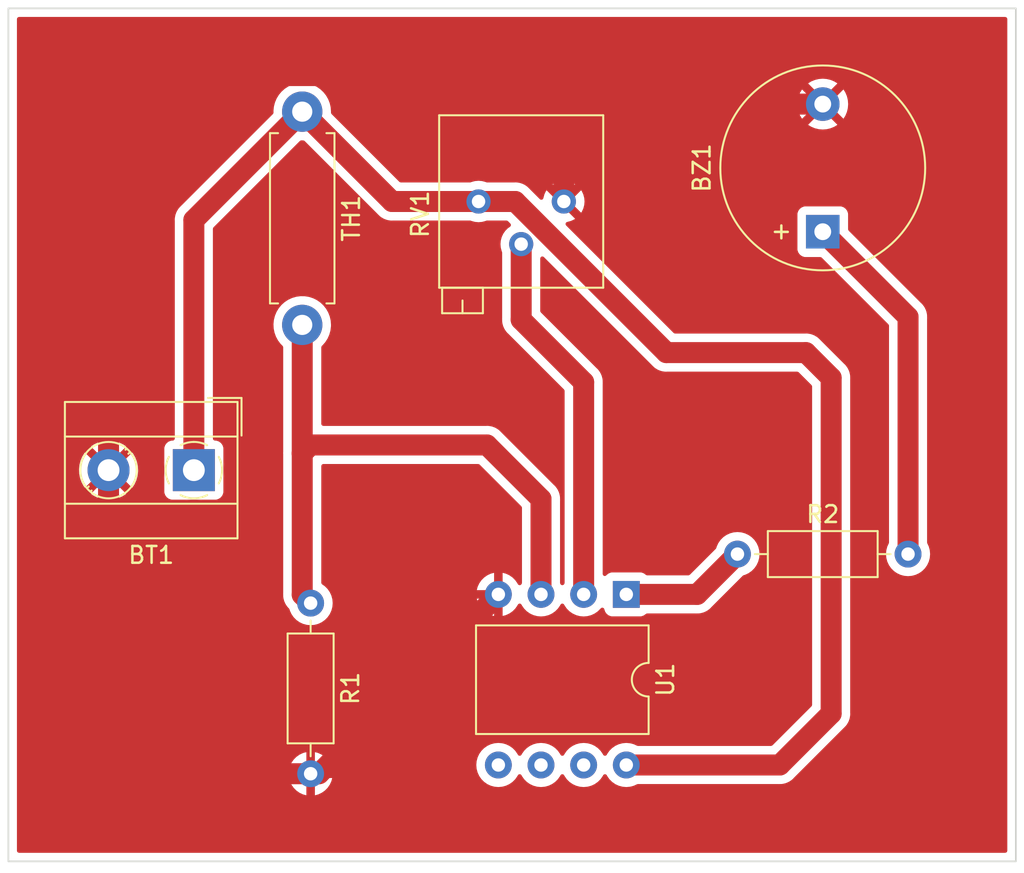
<source format=kicad_pcb>
(kicad_pcb (version 20211014) (generator pcbnew)
  (title_block (title "final_project") (date "2023-02-07"))
  (layers (0 "F.Cu" signal) (31 "B.Cu" signal) (34 "B.Paste" user) (35 "F.Paste" user) (36 "B.SilkS" user "B.Silkscreen") (37 "F.SilkS" user "F.Silkscreen") (38 "B.Mask" user) (39 "F.Mask" user) (44 "Edge.Cuts" user))
  (net 0 "")
  (net 1 "VCC")
  (net 2 "GND")
  (net 3 "Net-(BZ1-Pad1)")
  (net 4 "Net-(R1-Pad1)")
  (net 5 "Net-(R2-Pad1)")
  (net 6 "Net-(RV1-Pad2)")
  (footprint "Potentiometer_THT:Potentiometer_Bourns_3296P_Horizontal" (layer "F.Cu") (at 142 92 90)
    (fp_text reference "RV1" (at -0.76 -3.475 90) (layer "F.SilkS"))
    (fp_text value "10k")
    (fp_line (start -6.655 -2.169) (end -6.655 0.26) (layer "F.SilkS") (width 0.12))
    (fp_line (start -5.135 -2.345) (end 5.135 -2.345) (layer "F.SilkS") (width 0.12))
    (fp_line (start -6.655 0.26) (end -5.136 0.26) (layer "F.SilkS") (width 0.12))
    (fp_line (start -5.136 -2.169) (end -5.136 0.26) (layer "F.SilkS") (width 0.12))
    (fp_line (start -5.135 7.425) (end 5.135 7.425) (layer "F.SilkS") (width 0.12))
    (fp_line (start 5.135 -2.345) (end 5.135 7.425) (layer "F.SilkS") (width 0.12))
    (fp_line (start -6.655 -0.955) (end -5.896 -0.955) (layer "F.SilkS") (width 0.12))
    (fp_line (start -6.655 -2.169) (end -5.136 -2.169) (layer "F.SilkS") (width 0.12))
    (fp_line (start -5.135 -2.345) (end -5.135 7.425) (layer "F.SilkS") (width 0.12))
    (pad "1" thru_hole circle (at 0 0 90) (size 1.44 1.44) (drill 0.8) (layers *.Cu *.Mask) (net 1 "VCC"))
    (pad "2" thru_hole circle (at -2.54 2.54 90) (size 1.44 1.44) (drill 0.8) (layers *.Cu *.Mask) (net 6 "Net-(RV1-Pad2)"))
    (pad "3" thru_hole circle (at 0 5.08 90) (size 1.44 1.44) (drill 0.8) (layers *.Cu *.Mask) (net 2 "GND"))
  )
  (footprint "Package_DIP:DIP-8_W10.16mm" (layer "F.Cu") (at 150.8 115.4 -90)
    (fp_text reference "U1" (at 5.08 -2.33 90) (layer "F.SilkS"))
    (fp_text value "LM358")
    (fp_line (start 4.08 -1.33) (end 1.845 -1.33) (layer "F.SilkS") (width 0.12))
    (fp_line (start 1.845 -1.33) (end 1.845 8.95) (layer "F.SilkS") (width 0.12))
    (fp_line (start 8.315 8.95) (end 8.315 -1.33) (layer "F.SilkS") (width 0.12))
    (fp_line (start 8.315 -1.33) (end 6.08 -1.33) (layer "F.SilkS") (width 0.12))
    (fp_line (start 1.845 8.95) (end 8.315 8.95) (layer "F.SilkS") (width 0.12))
    (fp_arc (start 6.08 -1.33) (mid 5.08 -0.33) (end 4.08 -1.33) (layer "F.SilkS") (width 0.12))
    (pad "1" thru_hole rect (at 0 0 270) (size 1.6 1.6) (drill 0.8) (layers *.Cu *.Mask) (net 5 "Net-(R2-Pad1)"))
    (pad "2" thru_hole oval (at 0 2.54 270) (size 1.6 1.6) (drill 0.8) (layers *.Cu *.Mask) (net 6 "Net-(RV1-Pad2)"))
    (pad "3" thru_hole oval (at 0 5.08 270) (size 1.6 1.6) (drill 0.8) (layers *.Cu *.Mask) (net 4 "Net-(R1-Pad1)"))
    (pad "4" thru_hole oval (at 0 7.62 270) (size 1.6 1.6) (drill 0.8) (layers *.Cu *.Mask) (net 2 "GND"))
    (pad "5" thru_hole oval (at 10.16 7.62 270) (size 1.6 1.6) (drill 0.8) (layers *.Cu *.Mask))
    (pad "6" thru_hole oval (at 10.16 5.08 270) (size 1.6 1.6) (drill 0.8) (layers *.Cu *.Mask))
    (pad "7" thru_hole oval (at 10.16 2.54 270) (size 1.6 1.6) (drill 0.8) (layers *.Cu *.Mask))
    (pad "8" thru_hole oval (at 10.16 0 270) (size 1.6 1.6) (drill 0.8) (layers *.Cu *.Mask) (net 1 "VCC"))
  )
  (footprint "Resistor_THT:R_Axial_DIN0207_L6.3mm_D2.5mm_P10.16mm_Horizontal" (layer "F.Cu") (at 157.42 113)
    (fp_text reference "R2" (at 5.08 -2.37) (layer "F.SilkS"))
    (fp_text value "16")
    (fp_line (start 8.35 1.37) (end 8.35 -1.37) (layer "F.SilkS") (width 0.12))
    (fp_line (start 1.81 -1.37) (end 1.81 1.37) (layer "F.SilkS") (width 0.12))
    (fp_line (start 1.04 0) (end 1.81 0) (layer "F.SilkS") (width 0.12))
    (fp_line (start 8.35 -1.37) (end 1.81 -1.37) (layer "F.SilkS") (width 0.12))
    (fp_line (start 1.81 1.37) (end 8.35 1.37) (layer "F.SilkS") (width 0.12))
    (fp_line (start 9.12 0) (end 8.35 0) (layer "F.SilkS") (width 0.12))
    (pad "1" thru_hole circle (at 0 0) (size 1.6 1.6) (drill 0.8) (layers *.Cu *.Mask) (net 5 "Net-(R2-Pad1)"))
    (pad "2" thru_hole oval (at 10.16 0) (size 1.6 1.6) (drill 0.8) (layers *.Cu *.Mask) (net 3 "Net-(BZ1-Pad1)"))
  )
  (footprint "Resistor_THT:R_Axial_DIN0411_L9.9mm_D3.6mm_P12.70mm_Horizontal" (layer "F.Cu") (at 131.5 86.65 -90)
    (fp_text reference "TH1" (at 6.35 -2.92 90) (layer "F.SilkS"))
    (fp_text value "10k")
    (fp_line (start 1.28 -1.92) (end 11.42 -1.92) (layer "F.SilkS") (width 0.12))
    (fp_line (start 1.28 -1.44) (end 1.28 -1.92) (layer "F.SilkS") (width 0.12))
    (fp_line (start 11.42 1.92) (end 11.42 1.44) (layer "F.SilkS") (width 0.12))
    (fp_line (start 11.42 -1.92) (end 11.42 -1.44) (layer "F.SilkS") (width 0.12))
    (fp_line (start 1.28 1.44) (end 1.28 1.92) (layer "F.SilkS") (width 0.12))
    (fp_line (start 1.28 1.92) (end 11.42 1.92) (layer "F.SilkS") (width 0.12))
    (pad "1" thru_hole circle (at 0 0 270) (size 2.4 2.4) (drill 1.2) (layers *.Cu *.Mask) (net 1 "VCC"))
    (pad "2" thru_hole oval (at 12.7 0 270) (size 2.4 2.4) (drill 1.2) (layers *.Cu *.Mask) (net 4 "Net-(R1-Pad1)"))
  )
  (footprint "TerminalBlock_MetzConnect:TerminalBlock_MetzConnect_Type101_RT01602HBWC_1x02_P5.08mm_Horizontal" (layer "F.Cu") (at 125.045 108 180)
    (fp_text reference "BT1" (at 2.54 -5.06) (layer "F.SilkS"))
    (fp_text value "9V")
    (fp_line (start -2.6 -2) (end 7.68 -2) (layer "F.SilkS") (width 0.12))
    (fp_line (start -2.6 4.06) (end 7.68 4.06) (layer "F.SilkS") (width 0.12))
    (fp_line (start 7.68 -4.06) (end 7.68 4.06) (layer "F.SilkS") (width 0.12))
    (fp_line (start 6.15 -1.275) (end 6.091 -1.216) (layer "F.SilkS") (width 0.12))
    (fp_line (start 6.355 -1.069) (end 6.261 -0.976) (layer "F.SilkS") (width 0.12))
    (fp_line (start 3.9 0.976) (end 3.806 1.069) (layer "F.SilkS") (width 0.12))
    (fp_line (start -2.6 2) (end 7.68 2) (layer "F.SilkS") (width 0.12))
    (fp_line (start 4.07 1.216) (end 4.011 1.274) (layer "F.SilkS") (width 0.12))
    (fp_line (start -2.6 -4.06) (end -2.6 4.06) (layer "F.SilkS") (width 0.12))
    (fp_line (start -2.6 -4.06) (end 7.68 -4.06) (layer "F.SilkS") (width 0.12))
    (fp_line (start -2.84 4.3) (end -0.84 4.3) (layer "F.SilkS") (width 0.12))
    (fp_line (start -2.84 2.06) (end -2.84 4.3) (layer "F.SilkS") (width 0.12))
    (fp_arc (start 0.788712 1.483352) (mid 0.406429 1.630097) (end 0 1.68) (layer "F.SilkS") (width 0.12))
    (fp_arc (start 1.483953 -0.789089) (mid 1.680708 -0.00005) (end 1.484 0.789) (layer "F.SilkS") (width 0.12))
    (fp_arc (start 0.029383 1.68045) (mid -0.392304 1.634281) (end -0.789 1.484) (layer "F.SilkS") (width 0.12))
    (fp_arc (start -0.789089 -1.483953) (mid -0.00005 -1.680708) (end 0.789 -1.484) (layer "F.SilkS") (width 0.12))
    (fp_arc (start -1.483953 0.789089) (mid -1.680708 0.00005) (end -1.484 -0.789) (layer "F.SilkS") (width 0.12))
    (fp_circle (center 5.08 0) (end 6.76 0) (layer "F.SilkS") (width 0.12) (fill none))
    (pad "1" thru_hole rect (at 0 0 180) (size 2.5 2.5) (drill 1.3) (layers *.Cu *.Mask) (net 1 "VCC"))
    (pad "2" thru_hole circle (at 5.08 0 180) (size 2.5 2.5) (drill 1.3) (layers *.Cu *.Mask) (net 2 "GND"))
  )
  (footprint "Resistor_THT:R_Axial_DIN0207_L6.3mm_D2.5mm_P10.16mm_Horizontal" (layer "F.Cu") (at 132 115.92 -90)
    (fp_text reference "R1" (at 5.08 -2.37 90) (layer "F.SilkS"))
    (fp_text value "10k")
    (fp_line (start 8.35 1.37) (end 8.35 -1.37) (layer "F.SilkS") (width 0.12))
    (fp_line (start 1.04 0) (end 1.81 0) (layer "F.SilkS") (width 0.12))
    (fp_line (start 1.81 1.37) (end 8.35 1.37) (layer "F.SilkS") (width 0.12))
    (fp_line (start 1.81 -1.37) (end 1.81 1.37) (layer "F.SilkS") (width 0.12))
    (fp_line (start 8.35 -1.37) (end 1.81 -1.37) (layer "F.SilkS") (width 0.12))
    (fp_line (start 9.12 0) (end 8.35 0) (layer "F.SilkS") (width 0.12))
    (pad "1" thru_hole circle (at 0 0 270) (size 1.6 1.6) (drill 0.8) (layers *.Cu *.Mask) (net 4 "Net-(R1-Pad1)"))
    (pad "2" thru_hole oval (at 10.16 0 270) (size 1.6 1.6) (drill 0.8) (layers *.Cu *.Mask) (net 2 "GND"))
  )
  (footprint "Buzzer_Beeper:Buzzer_12x9.5RM7.6" (layer "F.Cu") (at 162.5 93.8 90)
    (fp_text reference "BZ1" (at 3.8 -7.2 90) (layer "F.SilkS"))
    (fp_text value "Buzzer")
    (fp_text user "+" (at -0.01 -2.54 90) (layer "F.SilkS"))
    (fp_circle (center 3.8 0) (end 9.9 0) (layer "F.SilkS") (width 0.12) (fill none))
    (pad "1" thru_hole rect (at 0 0 90) (size 2 2) (drill 1) (layers *.Cu *.Mask) (net 3 "Net-(BZ1-Pad1)"))
    (pad "2" thru_hole circle (at 7.6 0 90) (size 2 2) (drill 1) (layers *.Cu *.Mask) (net 2 "GND"))
  )
  (gr_rect (start 114 80.5) (end 174 131.3) (layer "Edge.Cuts") (width 0.1) (fill none))
  (segment (start 153.18496 101) (end 161.5 101) (width 1.25) (layer "F.Cu") (net 1))
  (segment (start 125.045 108) (end 125.045 93.105) (width 1.25) (layer "F.Cu") (net 1))
  (segment (start 136.85 92) (end 131.5 86.65) (width 1.25) (layer "F.Cu") (net 1))
  (segment (start 161.5 101) (end 163 102.5) (width 1.25) (layer "F.Cu") (net 1))
  (segment (start 142 92) (end 136.85 92) (width 1.25) (layer "F.Cu") (net 1))
  (segment (start 159.94 125.56) (end 150.8 125.56) (width 1.25) (layer "F.Cu") (net 1))
  (segment (start 163 102.5) (end 163 122.5) (width 1.25) (layer "F.Cu") (net 1))
  (segment (start 144.18496 92) (end 153.18496 101) (width 1.25) (layer "F.Cu") (net 1))
  (segment (start 163 122.5) (end 159.94 125.56) (width 1.25) (layer "F.Cu") (net 1))
  (segment (start 142 92) (end 144.18496 92) (width 1.25) (layer "F.Cu") (net 1))
  (segment (start 125.045 93.105) (end 131.5 86.65) (width 1.25) (layer "F.Cu") (net 1))
  (segment (start 119.965 125.965) (end 119.965 108) (width 1.25) (layer "F.Cu") (net 2))
  (segment (start 143.5 84.5) (end 120 84.5) (width 1.25) (layer "F.Cu") (net 2))
  (segment (start 119.965 84.535) (end 119.965 108) (width 1.25) (layer "F.Cu") (net 2))
  (segment (start 162.5 86.2) (end 146.3 86.2) (width 1.25) (layer "F.Cu") (net 2))
  (segment (start 120 84.5) (end 119.965 84.535) (width 1.25) (layer "F.Cu") (net 2))
  (segment (start 132 126.08) (end 120.08 126.08) (width 1.25) (layer "F.Cu") (net 2))
  (segment (start 145.75 86.75) (end 143.5 84.5) (width 1.25) (layer "F.Cu") (net 2))
  (segment (start 147.08 92) (end 147.08 88.08) (width 1.25) (layer "F.Cu") (net 2))
  (segment (start 147.08 88.08) (end 145.75 86.75) (width 1.25) (layer "F.Cu") (net 2))
  (segment (start 132.5 126.08) (end 132 126.08) (width 1.25) (layer "F.Cu") (net 2))
  (segment (start 120.08 126.08) (end 119.965 125.965) (width 1.25) (layer "F.Cu") (net 2))
  (segment (start 143.18 115.4) (end 132.5 126.08) (width 1.25) (layer "F.Cu") (net 2))
  (segment (start 146.3 86.2) (end 145.75 86.75) (width 1.25) (layer "F.Cu") (net 2))
  (segment (start 167.58 98.88) (end 162.5 93.8) (width 1.25) (layer "F.Cu") (net 3))
  (segment (start 167.58 113) (end 167.58 98.88) (width 1.25) (layer "F.Cu") (net 3))
  (segment (start 131.5 107) (end 131.5 115.42) (width 1.25) (layer "F.Cu") (net 4))
  (segment (start 131.5 115.42) (end 132 115.92) (width 1.25) (layer "F.Cu") (net 4))
  (segment (start 131.5 99.35) (end 131.5 107) (width 1.25) (layer "F.Cu") (net 4))
  (segment (start 132 106.5) (end 131.5 107) (width 1.25) (layer "F.Cu") (net 4))
  (segment (start 145.72 115.4) (end 145.72 109.72) (width 1.25) (layer "F.Cu") (net 4))
  (segment (start 145.72 109.72) (end 142.5 106.5) (width 1.25) (layer "F.Cu") (net 4))
  (segment (start 142.5 106.5) (end 132 106.5) (width 1.25) (layer "F.Cu") (net 4))
  (segment (start 155.02 115.4) (end 157.42 113) (width 1.25) (layer "F.Cu") (net 5))
  (segment (start 150.8 115.4) (end 155.02 115.4) (width 1.25) (layer "F.Cu") (net 5))
  (segment (start 148.26 102.76) (end 148.26 115.4) (width 1.25) (layer "F.Cu") (net 6))
  (segment (start 144.54 94.54) (end 144.54 99.04) (width 1.25) (layer "F.Cu") (net 6))
  (segment (start 144.54 99.04) (end 148.26 102.76) (width 1.25) (layer "F.Cu") (net 6))
  (zone (net 2) (net_name "GND") (layer "F.Cu") (connect_pads (clearance 0.508)) (min_thickness 0.254) (fill yes (thermal_gap 0.508) (thermal_bridge_width 0.508))
    (polygon (pts (xy 174.5 132) (xy 113.5 132) (xy 113.5 80) (xy 174.5 80)))
  )
)
</source>
